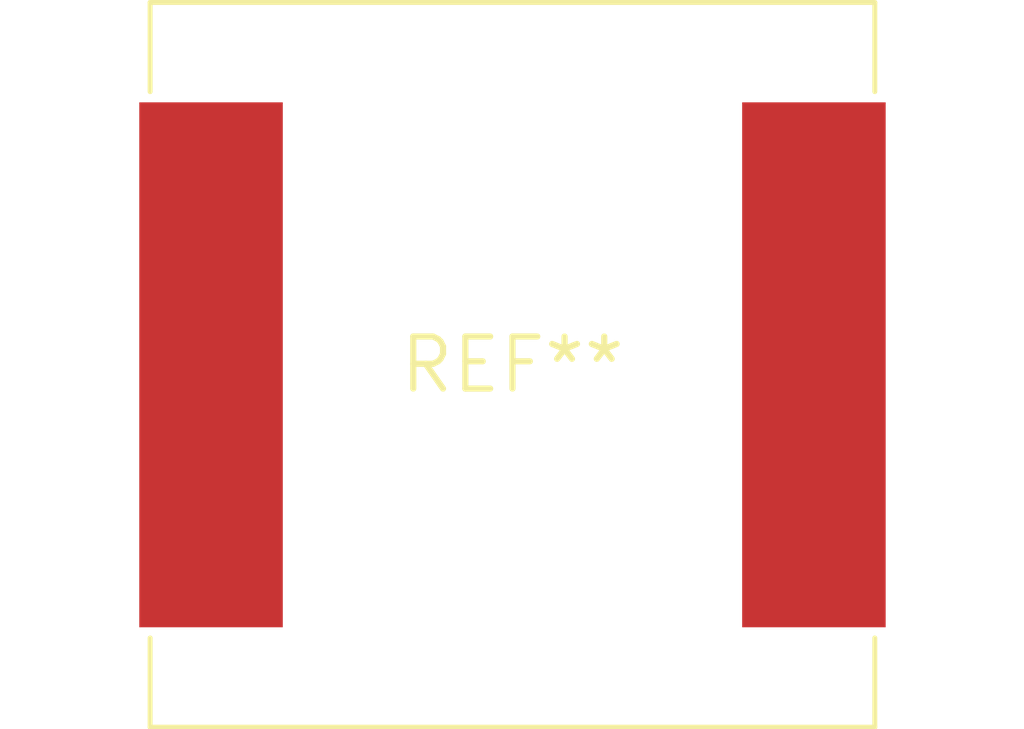
<source format=kicad_pcb>
(kicad_pcb (version 20240108) (generator pcbnew)
  (layers (0 "F.Cu" signal) (31 "B.Cu" signal) (34 "B.Paste" user) (35 "F.Paste" user) (36 "B.SilkS" user "B.Silkscreen") (37 "F.SilkS" user "F.Silkscreen") (38 "B.Mask" user) (39 "F.Mask" user) (44 "Edge.Cuts" user))
  (net 0 "")
  (footprint "L_Chilisin_BMRF00171770" (layer "F.Cu") (at 0 0)
    (property "Reference" "REF**")
    (property "Value" "L_Chilisin_BMRF00171770")
    (fp_line (start -8.835 -8.835) (end -8.835 -6.66) (layer "F.SilkS") (stroke (width 0.12)))
    (fp_line (start -8.835 -8.835) (end 8.835 -8.835) (layer "F.SilkS") (stroke (width 0.12)))
    (fp_line (start -8.835 8.835) (end -8.835 6.66) (layer "F.SilkS") (stroke (width 0.12)))
    (fp_line (start -8.835 8.835) (end 8.835 8.835) (layer "F.SilkS") (stroke (width 0.12)))
    (fp_line (start 8.835 -8.835) (end 8.835 -6.66) (layer "F.SilkS") (stroke (width 0.12)))
    (fp_line (start 8.835 8.835) (end 8.835 6.66) (layer "F.SilkS") (stroke (width 0.12)))
    (pad "1" smd rect (at -7.35 0) (size 3.5 12.8) (layers "F.Cu" "F.Paste" "F.Mask"))
    (pad "2" smd rect (at 7.35 0) (size 3.5 12.8) (layers "F.Cu" "F.Paste" "F.Mask"))
  )
)
</source>
